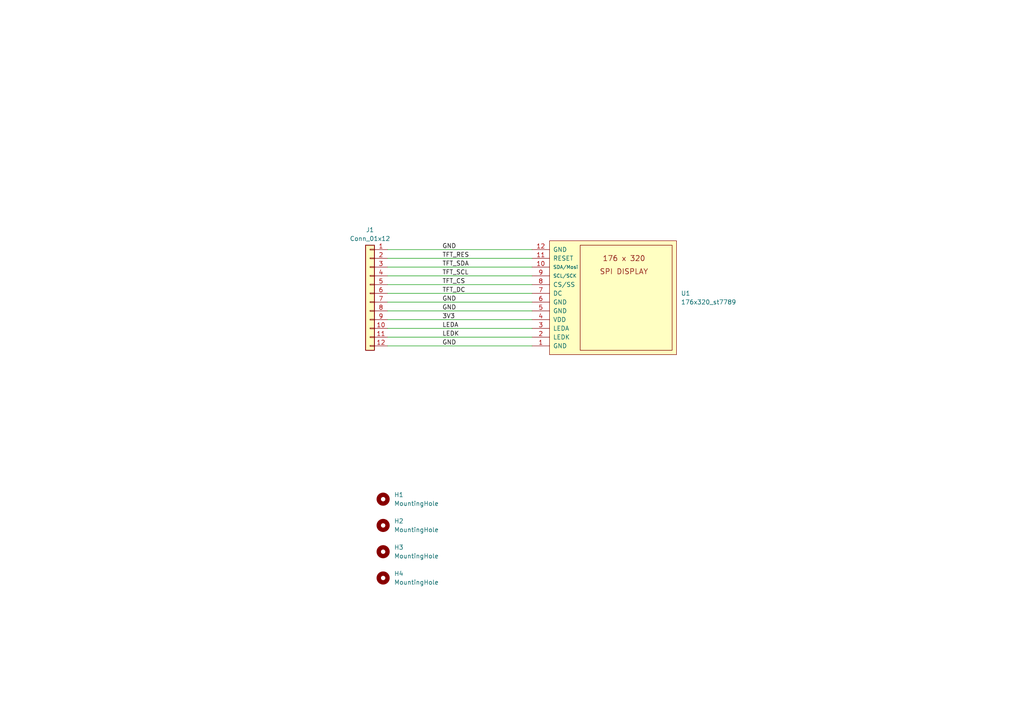
<source format=kicad_sch>
(kicad_sch (version 20230121) (generator eeschema)
  (paper "A4")
  (lib_symbols
    (symbol "Connector_Generic:Conn_01x12" (pin_names (offset 1.016) hide)
      (property "Reference" "J" (at 0 15.24 0))
      (property "Value" "Conn_01x12" (at 0 -17.78 0))
      (symbol "Conn_01x12_1_1"
        (rectangle (start -1.27 -15.113) (end 0 -15.367) (stroke (width 0.1524)))
        (rectangle (start -1.27 -12.573) (end 0 -12.827) (stroke (width 0.1524)))
        (rectangle (start -1.27 -10.033) (end 0 -10.287) (stroke (width 0.1524)))
        (rectangle (start -1.27 -7.493) (end 0 -7.747) (stroke (width 0.1524)))
        (rectangle (start -1.27 -4.953) (end 0 -5.207) (stroke (width 0.1524)))
        (rectangle (start -1.27 -2.413) (end 0 -2.667) (stroke (width 0.1524)))
        (rectangle (start -1.27 0.127) (end 0 -0.127) (stroke (width 0.1524)))
        (rectangle (start -1.27 2.667) (end 0 2.413) (stroke (width 0.1524)))
        (rectangle (start -1.27 5.207) (end 0 4.953) (stroke (width 0.1524)))
        (rectangle (start -1.27 7.747) (end 0 7.493) (stroke (width 0.1524)))
        (rectangle (start -1.27 10.287) (end 0 10.033) (stroke (width 0.1524)))
        (rectangle (start -1.27 12.827) (end 0 12.573) (stroke (width 0.1524)))
        (rectangle (start -1.27 13.97) (end 1.27 -16.51) (stroke (width 0.254)) (fill (type background)))
        (pin passive line (at -5.08 12.7 0) (length 3.81) (name "Pin_1") (number "1"))
        (pin passive line (at -5.08 -10.16 0) (length 3.81) (name "Pin_10") (number "10"))
        (pin passive line (at -5.08 -12.7 0) (length 3.81) (name "Pin_11") (number "11"))
        (pin passive line (at -5.08 -15.24 0) (length 3.81) (name "Pin_12") (number "12"))
        (pin passive line (at -5.08 10.16 0) (length 3.81) (name "Pin_2") (number "2"))
        (pin passive line (at -5.08 7.62 0) (length 3.81) (name "Pin_3") (number "3"))
        (pin passive line (at -5.08 5.08 0) (length 3.81) (name "Pin_4") (number "4"))
        (pin passive line (at -5.08 2.54 0) (length 3.81) (name "Pin_5") (number "5"))
        (pin passive line (at -5.08 0 0) (length 3.81) (name "Pin_6") (number "6"))
        (pin passive line (at -5.08 -2.54 0) (length 3.81) (name "Pin_7") (number "7"))
        (pin passive line (at -5.08 -5.08 0) (length 3.81) (name "Pin_8") (number "8"))
        (pin passive line (at -5.08 -7.62 0) (length 3.81) (name "Pin_9") (number "9"))
      )
    )
    (symbol "Mechanical:MountingHole" (pin_names (offset 1.016))
      (property "Reference" "H" (at 0 5.08 0))
      (property "Value" "MountingHole" (at 0 3.175 0))
      (symbol "MountingHole_0_1"
        (circle (center 0 0) (radius 1.27) (stroke (width 1.27)))
      )
    )
    (symbol "hex-display:176x320_st7789" (pin_names (offset 1.016))
      (property "Reference" "U8" (at 33.655 34.29 0))
      (property "Value" "176x320_st7789" (at 19.05 -1.905 0))
      (symbol "176x320_st7789_0_0"
        (text "176 x 320" (at 21.59 27.94 0) (effects (font (size 1.524 1.524))))
        (text "SPI DISPLAY" (at 21.59 24.13 0) (effects (font (size 1.524 1.524))))
      )
      (symbol "176x320_st7789_0_1"
        (rectangle (start 8.89 31.75) (end 35.56 1.27))
      )
      (symbol "176x320_st7789_1_1"
        (rectangle (start 0 33.02) (end 36.83 0) (fill (type background)))
        (pin power_in line (at -5.08 2.54 0) (length 5.08) (name "GND") (number "1"))
        (pin bidirectional line (at -5.08 25.4 0) (length 5.08) (name "SDA/Mosi") (number "10"))
        (pin bidirectional line (at -5.08 27.94 0) (length 5.08) (name "RESET") (number "11"))
        (pin power_in line (at -5.08 30.48 0) (length 5.08) (name "GND") (number "12"))
        (pin power_in line (at -5.08 5.08 0) (length 5.08) (name "LEDK") (number "2"))
        (pin power_in line (at -5.08 7.62 0) (length 5.08) (name "LEDA") (number "3"))
        (pin power_in line (at -5.08 10.16 0) (length 5.08) (name "VDD") (number "4"))
        (pin power_in line (at -5.08 12.7 0) (length 5.08) (name "GND") (number "5"))
        (pin power_in line (at -5.08 15.24 0) (length 5.08) (name "GND") (number "6"))
        (pin bidirectional line (at -5.08 17.78 0) (length 5.08) (name "DC") (number "7"))
        (pin bidirectional line (at -5.08 20.32 0) (length 5.08) (name "CS/SS") (number "8"))
        (pin bidirectional line (at -5.08 22.86 0) (length 5.08) (name "SCL/SCK") (number "9"))
      )
    )
  )
  (wire (pts (xy 112.395 90.17) (xy 154.305 90.17)))
  (wire (pts (xy 112.395 72.39) (xy 154.305 72.39)))
  (wire (pts (xy 112.395 82.55) (xy 154.305 82.55)))
  (wire (pts (xy 112.395 95.25) (xy 154.305 95.25)))
  (wire (pts (xy 112.395 74.93) (xy 154.305 74.93)))
  (wire (pts (xy 112.395 80.01) (xy 154.305 80.01)))
  (wire (pts (xy 112.395 92.71) (xy 154.305 92.71)))
  (wire (pts (xy 112.395 97.79) (xy 154.305 97.79)))
  (wire (pts (xy 112.395 87.63) (xy 154.305 87.63)))
  (wire (pts (xy 112.395 100.33) (xy 154.305 100.33)))
  (wire (pts (xy 112.395 85.09) (xy 154.305 85.09)))
  (wire (pts (xy 112.395 77.47) (xy 154.305 77.47)))
  (label "GND" (at 128.27 90.17 0))
  (label "TFT_SDA" (at 128.27 77.47 0))
  (label "TFT_RES" (at 128.27 74.93 0))
  (label "GND" (at 128.27 100.33 0))
  (label "TFT_CS" (at 128.27 82.55 0))
  (label "TFT_SCL" (at 128.27 80.01 0))
  (label "TFT_DC" (at 128.27 85.09 0))
  (label "LEDA" (at 128.27 95.25 0))
  (label "3V3" (at 128.27 92.71 0))
  (label "LEDK" (at 128.27 97.79 0))
  (label "GND" (at 128.27 72.39 0))
  (label "GND" (at 128.27 87.63 0))
  (symbol (lib_id "Mechanical:MountingHole") (at 111.125 160.02 0) (unit 1)
    (property "Reference" "H3" (at 114.3 158.75 0) (effects (justify left)))
    (property "Value" "MountingHole" (at 114.3 161.29 0) (effects (justify left)))
    (property "Footprint" "hex-display:4mm_mounting" (effects hide))
  )
  (symbol (lib_id "Mechanical:MountingHole") (at 111.125 152.4 0) (unit 1)
    (property "Reference" "H2" (at 114.3 151.13 0) (effects (justify left)))
    (property "Value" "MountingHole" (at 114.3 153.67 0) (effects (justify left)))
    (property "Footprint" "hex-display:4mm_mounting" (effects hide))
  )
  (symbol (lib_id "Connector_Generic:Conn_01x12") (at 107.315 85.09 0) (mirror y) (unit 1)
    (property "Reference" "J1" (at 107.315 66.675 0))
    (property "Value" "Conn_01x12" (at 107.315 69.215 0))
    (property "Footprint" "Connector_JST:JST_GH_BM12B-GHS-TBT_1x12-1MP_P1.25mm_Vertical" (effects hide))
  )
  (symbol (lib_id "Mechanical:MountingHole") (at 111.125 167.64 0) (unit 1)
    (property "Reference" "H4" (at 114.3 166.37 0) (effects (justify left)))
    (property "Value" "MountingHole" (at 114.3 168.91 0) (effects (justify left)))
    (property "Footprint" "hex-display:4mm_mounting" (effects hide))
  )
  (symbol (lib_id "hex-display:176x320_st7789") (at 159.385 102.87 0) (unit 1)
    (property "Reference" "U1" (at 197.485 85.09 0) (effects (justify left)))
    (property "Value" "176x320_st7789" (at 197.485 87.63 0) (effects (justify left)))
    (property "Footprint" "hex-display:ST7789-176x320" (effects hide))
    (property "Datasheet" "https://www.buydisplay.com/download/manual/ER-TFT1.47-1_Datasheet.pdf" (effects hide))
  )
  (symbol (lib_id "Mechanical:MountingHole") (at 111.125 144.78 0) (unit 1)
    (property "Reference" "H1" (at 114.3 143.51 0) (effects (justify left)))
    (property "Value" "MountingHole" (at 114.3 146.05 0) (effects (justify left)))
    (property "Footprint" "hex-display:4mm_mounting" (effects hide))
  )
)
</source>
